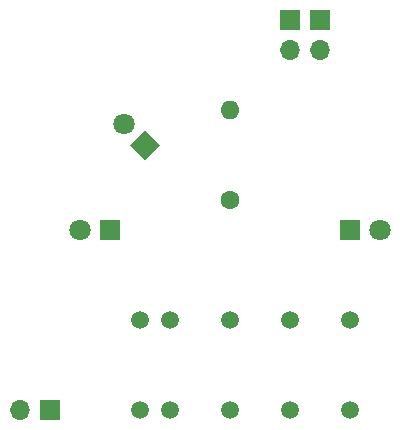
<source format=gtl>
G04 #@! TF.GenerationSoftware,KiCad,Pcbnew,5.1.10*
G04 #@! TF.CreationDate,2021-05-04T21:13:44+02:00*
G04 #@! TF.ProjectId,Weichensimulator-rechts,57656963-6865-46e7-9369-6d756c61746f,rev?*
G04 #@! TF.SameCoordinates,Original*
G04 #@! TF.FileFunction,Copper,L1,Top*
G04 #@! TF.FilePolarity,Positive*
%FSLAX46Y46*%
G04 Gerber Fmt 4.6, Leading zero omitted, Abs format (unit mm)*
G04 Created by KiCad (PCBNEW 5.1.10) date 2021-05-04 21:13:44*
%MOMM*%
%LPD*%
G01*
G04 APERTURE LIST*
G04 #@! TA.AperFunction,ComponentPad*
%ADD10C,1.500000*%
G04 #@! TD*
G04 #@! TA.AperFunction,ComponentPad*
%ADD11C,1.800000*%
G04 #@! TD*
G04 #@! TA.AperFunction,ComponentPad*
%ADD12R,1.800000X1.800000*%
G04 #@! TD*
G04 #@! TA.AperFunction,ComponentPad*
%ADD13C,0.100000*%
G04 #@! TD*
G04 #@! TA.AperFunction,ComponentPad*
%ADD14O,1.600000X1.600000*%
G04 #@! TD*
G04 #@! TA.AperFunction,ComponentPad*
%ADD15C,1.600000*%
G04 #@! TD*
G04 #@! TA.AperFunction,ComponentPad*
%ADD16O,1.700000X1.700000*%
G04 #@! TD*
G04 #@! TA.AperFunction,ComponentPad*
%ADD17R,1.700000X1.700000*%
G04 #@! TD*
G04 APERTURE END LIST*
D10*
X128270000Y-123190000D03*
X130810000Y-123190000D03*
X135890000Y-123190000D03*
X140970000Y-123190000D03*
X146050000Y-123190000D03*
X146050000Y-115570000D03*
X140970000Y-115570000D03*
X135890000Y-115570000D03*
X130810000Y-115570000D03*
X128270000Y-115570000D03*
D11*
X123190000Y-107950000D03*
D12*
X125730000Y-107950000D03*
X146050000Y-107950000D03*
D11*
X148590000Y-107950000D03*
X126913949Y-98973949D03*
G04 #@! TA.AperFunction,ComponentPad*
D13*
G36*
X129982792Y-100770000D02*
G01*
X128710000Y-102042792D01*
X127437208Y-100770000D01*
X128710000Y-99497208D01*
X129982792Y-100770000D01*
G37*
G04 #@! TD.AperFunction*
D14*
X135890000Y-97790000D03*
D15*
X135890000Y-105410000D03*
D16*
X118110000Y-123190000D03*
D17*
X120650000Y-123190000D03*
X140970000Y-90170000D03*
D16*
X140970000Y-92710000D03*
X143510000Y-92710000D03*
D17*
X143510000Y-90170000D03*
M02*

</source>
